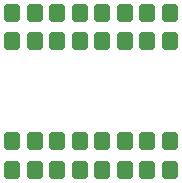
<source format=gbr>
%TF.SameCoordinates,Original*%
%TF.FileFunction,Paste,Top*%
%TF.FilePolarity,Positive*%
%FSLAX46Y46*%
G04 Gerber Fmt 4.6, Leading zero omitted, Abs format (unit mm)*
%MOMM*%
%LPD*%
G01*
G04 APERTURE LIST*
G04 Aperture macros list*
%AMRoundRect*
0 Rectangle with rounded corners*
0 $1 Rounding radius*
0 $2 $3 $4 $5 $6 $7 $8 $9 X,Y pos of 4 corners*
0 Add a 4 corners polygon primitive as box body*
4,1,4,$2,$3,$4,$5,$6,$7,$8,$9,$2,$3,0*
0 Add four circle primitives for the rounded corners*
1,1,$1+$1,$2,$3*
1,1,$1+$1,$4,$5*
1,1,$1+$1,$6,$7*
1,1,$1+$1,$8,$9*
0 Add four rect primitives between the rounded corners*
20,1,$1+$1,$2,$3,$4,$5,0*
20,1,$1+$1,$4,$5,$6,$7,0*
20,1,$1+$1,$6,$7,$8,$9,0*
20,1,$1+$1,$8,$9,$2,$3,0*%
G04 Aperture macros list end*
%ADD10RoundRect,0.280800X-0.394200X0.469200X-0.394200X-0.469200X0.394200X-0.469200X0.394200X0.469200X0*%
%ADD11RoundRect,0.280800X0.394200X-0.469200X0.394200X0.469200X-0.394200X0.469200X-0.394200X-0.469200X0*%
G04 APERTURE END LIST*
D10*
%TO.C,R2*%
X132715000Y-44520000D03*
X132715000Y-46920000D03*
%TD*%
%TO.C,R8*%
X144145000Y-44520000D03*
X144145000Y-46920000D03*
%TD*%
D11*
%TO.C,R9*%
X130810000Y-57791200D03*
X130810000Y-55391200D03*
%TD*%
%TO.C,R15*%
X142240000Y-57785000D03*
X142240000Y-55385000D03*
%TD*%
D10*
%TO.C,R3*%
X134620000Y-44520000D03*
X134620000Y-46920000D03*
%TD*%
D11*
%TO.C,R16*%
X144145000Y-57785000D03*
X144145000Y-55385000D03*
%TD*%
D10*
%TO.C,R7*%
X142240000Y-44520000D03*
X142240000Y-46920000D03*
%TD*%
D11*
%TO.C,R10*%
X132715000Y-57791200D03*
X132715000Y-55391200D03*
%TD*%
%TO.C,R11*%
X134620000Y-57791200D03*
X134620000Y-55391200D03*
%TD*%
D10*
%TO.C,R1*%
X130810000Y-44526200D03*
X130810000Y-46926200D03*
%TD*%
%TO.C,R4*%
X136525000Y-44520000D03*
X136525000Y-46920000D03*
%TD*%
%TO.C,R5*%
X138430000Y-44500800D03*
X138430000Y-46900800D03*
%TD*%
D11*
%TO.C,R12*%
X136525000Y-57791200D03*
X136525000Y-55391200D03*
%TD*%
%TO.C,R14*%
X140335000Y-57791200D03*
X140335000Y-55391200D03*
%TD*%
D10*
%TO.C,R6*%
X140335000Y-44520000D03*
X140335000Y-46920000D03*
%TD*%
D11*
%TO.C,R13*%
X138430000Y-57791200D03*
X138430000Y-55391200D03*
%TD*%
M02*

</source>
